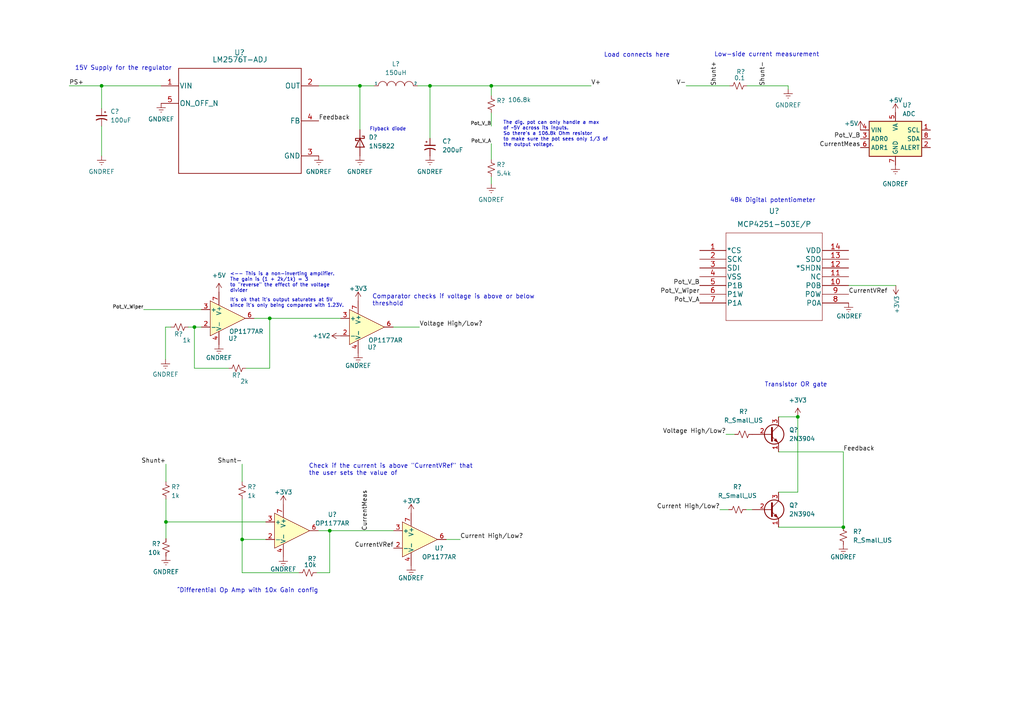
<source format=kicad_sch>
(kicad_sch (version 20211123) (generator eeschema)
  (paper "A4")
  (lib_symbols
    (symbol "Amplifier_Operational:OP1177AR" (pin_names (offset 0.127))
      (property "Reference" "U" (at 5.08 5.08 0))
      (property "Value" "OP1177AR" (at 7.62 2.54 0))
      (symbol "OP1177AR_0_1"
        (polyline (pts (xy -5.08 5.08) (xy -5.08 -5.08) (xy 5.08 0) (xy -5.08 5.08)) (fill (type background)))
      )
      (symbol "OP1177AR_1_1"
        (pin no_connect line (at -5.08 0 0) (length 3.81) hide (name "NC") (number "1"))
        (pin input line (at -7.62 -2.54 0) (length 2.54) (name "-") (number "2"))
        (pin input line (at -7.62 2.54 0) (length 2.54) (name "+") (number "3"))
        (pin power_in line (at -2.54 -7.62 90) (length 3.81) (name "V-") (number "4"))
        (pin no_connect line (at 0 -2.54 90) (length 3.81) hide (name "NC") (number "5"))
        (pin output line (at 7.62 0 180) (length 2.54) (name "~") (number "6"))
        (pin power_in line (at -2.54 7.62 270) (length 3.81) (name "V+") (number "7"))
        (pin no_connect line (at 0 2.54 270) (length 3.81) hide (name "NC") (number "8"))
      )
    )
    (symbol "Analog_ADC:ADC081C021CIMM"
      (property "Reference" "U" (at 3.81 11.43 0))
      (property "Value" "ADC081C021CIMM" (at 10.16 8.89 0))
      (symbol "ADC081C021CIMM_0_1"
        (rectangle (start -7.62 5.08) (end 7.62 -5.08) (stroke (width 0.254)) (fill (type background)))
      )
      (symbol "ADC081C021CIMM_1_1"
        (pin input line (at 10.16 2.54 180) (length 2.54) (name "SCL") (number "1"))
        (pin open_collector line (at 10.16 -2.54 180) (length 2.54) (name "ALERT") (number "2"))
        (pin input line (at -10.16 0 0) (length 2.54) (name "ADR0") (number "3"))
        (pin input line (at -10.16 2.54 0) (length 2.54) (name "VIN") (number "4"))
        (pin power_in line (at 0 7.62 270) (length 2.54) (name "VA") (number "5"))
        (pin input line (at -10.16 -2.54 0) (length 2.54) (name "ADR1") (number "6"))
        (pin power_in line (at 0 -7.62 90) (length 2.54) (name "GND") (number "7"))
        (pin bidirectional line (at 10.16 0 180) (length 2.54) (name "SDA") (number "8"))
      )
    )
    (symbol "Device:C_Polarized_Small_US" (pin_numbers hide) (pin_names (offset 0.254) hide)
      (property "Reference" "C" (at 0.254 1.778 0))
      (property "Value" "C_Polarized_Small_US" (at 0.254 -2.032 0))
      (symbol "C_Polarized_Small_US_0_1"
        (polyline (pts (xy -1.524 0.508) (xy 1.524 0.508)) (stroke (width 0.3048)))
        (polyline (pts (xy -1.27 1.524) (xy -0.762 1.524)))
        (polyline (pts (xy -1.016 1.27) (xy -1.016 1.778)))
        (arc (start 1.524 -0.762) (mid 0 -0.3734) (end -1.524 -0.762) (stroke (width 0.3048)))
      )
      (symbol "C_Polarized_Small_US_1_1"
        (pin passive line (at 0 2.54 270) (length 2.032) (name "~") (number "1"))
        (pin passive line (at 0 -2.54 90) (length 2.032) (name "~") (number "2"))
      )
    )
    (symbol "Device:D_Schottky" (pin_numbers hide) (pin_names (offset 1.016) hide)
      (property "Reference" "D" (at 0 2.54 0))
      (property "Value" "D_Schottky" (at 0 -2.54 0))
      (symbol "D_Schottky_0_1"
        (polyline (pts (xy 1.27 0) (xy -1.27 0)))
        (polyline (pts (xy 1.27 1.27) (xy 1.27 -1.27) (xy -1.27 0) (xy 1.27 1.27)) (stroke (width 0.254)))
        (polyline (pts (xy -1.905 0.635) (xy -1.905 1.27) (xy -1.27 1.27) (xy -1.27 -1.27) (xy -0.635 -1.27) (xy -0.635 -0.635)) (stroke (width 0.254)))
      )
      (symbol "D_Schottky_1_1"
        (pin passive line (at -3.81 0 0) (length 2.54) (name "K") (number "1"))
        (pin passive line (at 3.81 0 180) (length 2.54) (name "A") (number "2"))
      )
    )
    (symbol "Device:R_Small_US" (pin_numbers hide) (pin_names (offset 0.254) hide)
      (property "Reference" "R" (at 0.762 0.508 0))
      (property "Value" "R_Small_US" (at 0.762 -1.016 0))
      (symbol "R_Small_US_1_1"
        (polyline (pts (xy 0 0) (xy 1.016 -0.381) (xy 0 -0.762) (xy -1.016 -1.143) (xy 0 -1.524)))
        (polyline (pts (xy 0 1.524) (xy 1.016 1.143) (xy 0 0.762) (xy -1.016 0.381) (xy 0 0)))
        (pin passive line (at 0 2.54 270) (length 1.016) (name "~") (number "1"))
        (pin passive line (at 0 -2.54 90) (length 1.016) (name "~") (number "2"))
      )
    )
    (symbol "LM2576T-ADJ:LM2576T-ADJ" (pin_names (offset 0.254))
      (property "Reference" "U" (at 0 2.54 0))
      (property "Value" "LM2576T-ADJ" (at 0 0 0))
      (symbol "LM2576T-ADJ_1_1"
        (polyline (pts (xy -17.78 -15.24) (xy 17.78 -15.24)) (stroke (width 0.2032)))
        (polyline (pts (xy -17.78 15.24) (xy -17.78 -15.24)) (stroke (width 0.2032)))
        (polyline (pts (xy 17.78 -15.24) (xy 17.78 15.24)) (stroke (width 0.2032)))
        (polyline (pts (xy 17.78 15.24) (xy -17.78 15.24)) (stroke (width 0.2032)))
        (pin power_in line (at -22.86 10.16 0) (length 5.08) (name "VIN") (number "1"))
        (pin output line (at 22.86 10.16 180) (length 5.08) (name "OUT") (number "2"))
        (pin power_in line (at 22.86 -10.16 180) (length 5.08) (name "GND") (number "3"))
        (pin input line (at 22.86 0 180) (length 5.08) (name "FB") (number "4"))
        (pin input line (at -22.86 5.08 0) (length 5.08) (name "ON_OFF_N") (number "5"))
      )
    )
    (symbol "MCP4251-503E-P:MCP4251-503E-P" (pin_names (offset 0.254))
      (property "Reference" "U" (at 21.59 10.16 0))
      (property "Value" "MCP4251-503E/P" (at 21.59 7.62 0))
      (symbol "MCP4251-503E-P_1_1"
        (polyline (pts (xy 7.62 -20.32) (xy 35.56 -20.32)) (stroke (width 0.127)))
        (polyline (pts (xy 7.62 5.08) (xy 7.62 -20.32)) (stroke (width 0.127)))
        (polyline (pts (xy 35.56 -20.32) (xy 35.56 5.08)) (stroke (width 0.127)))
        (polyline (pts (xy 35.56 5.08) (xy 7.62 5.08)) (stroke (width 0.127)))
        (pin unspecified line (at 0 0 0) (length 7.62) (name "*CS") (number "1"))
        (pin unspecified line (at 43.18 -10.16 180) (length 7.62) (name "P0B") (number "10"))
        (pin unspecified line (at 43.18 -7.62 180) (length 7.62) (name "NC") (number "11"))
        (pin unspecified line (at 43.18 -5.08 180) (length 7.62) (name "*SHDN") (number "12"))
        (pin unspecified line (at 43.18 -2.54 180) (length 7.62) (name "SDO") (number "13"))
        (pin unspecified line (at 43.18 0 180) (length 7.62) (name "VDD") (number "14"))
        (pin unspecified line (at 0 -2.54 0) (length 7.62) (name "SCK") (number "2"))
        (pin unspecified line (at 0 -5.08 0) (length 7.62) (name "SDI") (number "3"))
        (pin unspecified line (at 0 -7.62 0) (length 7.62) (name "VSS") (number "4"))
        (pin unspecified line (at 0 -10.16 0) (length 7.62) (name "P1B") (number "5"))
        (pin unspecified line (at 0 -12.7 0) (length 7.62) (name "P1W") (number "6"))
        (pin unspecified line (at 0 -15.24 0) (length 7.62) (name "P1A") (number "7"))
        (pin unspecified line (at 43.18 -15.24 180) (length 7.62) (name "P0A") (number "8"))
        (pin unspecified line (at 43.18 -12.7 180) (length 7.62) (name "P0W") (number "9"))
      )
    )
    (symbol "Transistor_BJT:2N3904" (pin_names (offset 0) hide)
      (property "Reference" "Q" (at 5.08 1.905 0))
      (property "Value" "2N3904" (at 5.08 0 0))
      (symbol "2N3904_0_1"
        (polyline (pts (xy 0.635 0.635) (xy 2.54 2.54)))
        (polyline (pts (xy 0.635 -0.635) (xy 2.54 -2.54) (xy 2.54 -2.54)))
        (polyline (pts (xy 0.635 1.905) (xy 0.635 -1.905) (xy 0.635 -1.905)) (stroke (width 0.508)))
        (polyline (pts (xy 1.27 -1.778) (xy 1.778 -1.27) (xy 2.286 -2.286) (xy 1.27 -1.778) (xy 1.27 -1.778)) (fill (type outline)))
        (circle (center 1.27 0) (radius 2.8194) (stroke (width 0.254)))
      )
      (symbol "2N3904_1_1"
        (pin passive line (at 2.54 -5.08 90) (length 2.54) (name "E") (number "1"))
        (pin passive line (at -5.08 0 0) (length 5.715) (name "B") (number "2"))
        (pin passive line (at 2.54 5.08 270) (length 2.54) (name "C") (number "3"))
      )
    )
    (symbol "power:+1V2" (power) (pin_names (offset 0))
      (property "Value" "+1V2" (at 0 3.556 0))
      (symbol "+1V2_0_1"
        (polyline (pts (xy -0.762 1.27) (xy 0 2.54)))
        (polyline (pts (xy 0 0) (xy 0 2.54)))
        (polyline (pts (xy 0 2.54) (xy 0.762 1.27)))
      )
      (symbol "+1V2_1_1"
        (pin power_in line (at 0 0 90) (length 0) hide (name "+1V2") (number "1"))
      )
    )
    (symbol "power:+3.3V" (power) (pin_names (offset 0))
      (property "Value" "+3.3V" (at 0 3.556 0))
      (symbol "+3.3V_0_1"
        (polyline (pts (xy -0.762 1.27) (xy 0 2.54)))
        (polyline (pts (xy 0 0) (xy 0 2.54)))
        (polyline (pts (xy 0 2.54) (xy 0.762 1.27)))
      )
      (symbol "+3.3V_1_1"
        (pin power_in line (at 0 0 90) (length 0) hide (name "+3V3") (number "1"))
      )
    )
    (symbol "power:+3V3" (power) (pin_names (offset 0))
      (property "Value" "+3V3" (at 0 3.556 0))
      (symbol "+3V3_0_1"
        (polyline (pts (xy -0.762 1.27) (xy 0 2.54)))
        (polyline (pts (xy 0 0) (xy 0 2.54)))
        (polyline (pts (xy 0 2.54) (xy 0.762 1.27)))
      )
      (symbol "+3V3_1_1"
        (pin power_in line (at 0 0 90) (length 0) hide (name "+3V3") (number "1"))
      )
    )
    (symbol "power:+5V" (power) (pin_names (offset 0))
      (property "Value" "+5V" (at 0 3.556 0))
      (symbol "+5V_0_1"
        (polyline (pts (xy -0.762 1.27) (xy 0 2.54)))
        (polyline (pts (xy 0 0) (xy 0 2.54)))
        (polyline (pts (xy 0 2.54) (xy 0.762 1.27)))
      )
      (symbol "+5V_1_1"
        (pin power_in line (at 0 0 90) (length 0) hide (name "+5V") (number "1"))
      )
    )
    (symbol "power:GNDREF" (power) (pin_names (offset 0))
      (property "Value" "GNDREF" (at 0 -3.81 0))
      (symbol "GNDREF_0_1"
        (polyline (pts (xy -0.635 -1.905) (xy 0.635 -1.905)))
        (polyline (pts (xy -0.127 -2.54) (xy 0.127 -2.54)))
        (polyline (pts (xy 0 -1.27) (xy 0 0)))
        (polyline (pts (xy 1.27 -1.27) (xy -1.27 -1.27)))
      )
      (symbol "GNDREF_1_1"
        (pin power_in line (at 0 0 270) (length 0) hide (name "GNDREF") (number "1"))
      )
    )
    (symbol "pspice:INDUCTOR" (pin_numbers hide) (pin_names (offset 0))
      (property "Reference" "L" (at 0 2.54 0))
      (property "Value" "INDUCTOR" (at 0 -1.27 0))
      (symbol "INDUCTOR_0_1"
        (arc (start -2.54 0) (mid -3.81 1.27) (end -5.08 0))
        (arc (start 0 0) (mid -1.27 1.27) (end -2.54 0))
        (arc (start 2.54 0) (mid 1.27 1.27) (end 0 0))
        (arc (start 5.08 0) (mid 3.81 1.27) (end 2.54 0))
      )
      (symbol "INDUCTOR_1_1"
        (pin input line (at -6.35 0 0) (length 1.27) (name "1") (number "1"))
        (pin input line (at 6.35 0 180) (length 1.27) (name "2") (number "2"))
      )
    )
  )
  (junction (at 78.232 92.329))
  (junction (at 48.133 151.384))
  (junction (at 29.464 24.892))
  (junction (at 95.631 153.924))
  (junction (at 124.714 24.892))
  (junction (at 70.231 156.464))
  (junction (at 231.394 120.904))
  (junction (at 244.602 152.908))
  (junction (at 56.388 94.869))
  (junction (at 104.394 24.892))
  (junction (at 142.494 24.892))
  (wire (pts (xy 71.374 106.807) (xy 78.232 106.807)))
  (wire (pts (xy 95.631 153.924) (xy 92.329 153.924)))
  (wire (pts (xy 142.494 41.656) (xy 142.494 46.228)))
  (wire (pts (xy 78.232 92.329) (xy 73.66 92.329)))
  (wire (pts (xy 70.231 144.78) (xy 70.231 156.464)))
  (wire (pts (xy 244.602 131.064) (xy 244.602 152.908)))
  (wire (pts (xy 142.494 32.766) (xy 142.494 36.576)))
  (wire (pts (xy 29.464 24.892) (xy 29.464 31.496)))
  (wire (pts (xy 48.006 94.869) (xy 48.006 104.267)))
  (wire (pts (xy 114.046 94.869) (xy 121.666 94.869)))
  (wire (pts (xy 70.231 156.464) (xy 70.231 166.116)))
  (wire (pts (xy 54.61 94.869) (xy 56.388 94.869)))
  (wire (pts (xy 48.133 144.78) (xy 48.133 151.384)))
  (wire (pts (xy 142.494 51.308) (xy 142.494 53.34)))
  (wire (pts (xy 56.388 94.869) (xy 58.42 94.869)))
  (wire (pts (xy 48.133 151.384) (xy 48.133 156.21)))
  (wire (pts (xy 208.788 147.828) (xy 211.328 147.828)))
  (wire (pts (xy 91.821 166.116) (xy 95.631 166.116)))
  (wire (pts (xy 70.231 156.464) (xy 77.089 156.464)))
  (wire (pts (xy 95.631 153.924) (xy 114.173 153.924)))
  (wire (pts (xy 78.232 92.329) (xy 98.806 92.329)))
  (wire (pts (xy 216.408 147.828) (xy 218.186 147.828)))
  (wire (pts (xy 216.662 24.892) (xy 228.6 24.892)))
  (wire (pts (xy 228.6 24.892) (xy 228.6 25.908)))
  (wire (pts (xy 121.158 24.892) (xy 124.714 24.892)))
  (wire (pts (xy 142.494 24.892) (xy 142.494 27.686)))
  (wire (pts (xy 70.231 166.116) (xy 86.741 166.116)))
  (wire (pts (xy 104.394 24.892) (xy 108.458 24.892)))
  (wire (pts (xy 20.066 24.892) (xy 29.464 24.892)))
  (wire (pts (xy 244.602 152.908) (xy 225.806 152.908)))
  (wire (pts (xy 48.133 134.62) (xy 48.133 139.7)))
  (wire (pts (xy 29.464 24.892) (xy 46.736 24.892)))
  (wire (pts (xy 48.133 151.384) (xy 77.089 151.384)))
  (wire (pts (xy 142.494 24.892) (xy 171.45 24.892)))
  (wire (pts (xy 92.456 24.892) (xy 104.394 24.892)))
  (wire (pts (xy 56.388 94.869) (xy 56.388 106.807)))
  (wire (pts (xy 231.394 120.904) (xy 231.394 142.748)))
  (wire (pts (xy 29.464 45.212) (xy 29.464 36.576)))
  (wire (pts (xy 231.394 142.748) (xy 225.806 142.748)))
  (wire (pts (xy 104.394 24.892) (xy 104.394 37.592)))
  (wire (pts (xy 124.714 24.892) (xy 142.494 24.892)))
  (wire (pts (xy 56.388 106.807) (xy 66.294 106.807)))
  (wire (pts (xy 225.806 131.064) (xy 244.602 131.064)))
  (wire (pts (xy 210.566 125.984) (xy 213.106 125.984)))
  (wire (pts (xy 199.009 24.892) (xy 211.582 24.892)))
  (wire (pts (xy 225.806 120.904) (xy 231.394 120.904)))
  (wire (pts (xy 70.231 134.62) (xy 70.231 139.7)))
  (wire (pts (xy 259.842 82.804) (xy 246.126 82.804)))
  (wire (pts (xy 41.656 89.789) (xy 58.42 89.789)))
  (wire (pts (xy 78.232 106.807) (xy 78.232 92.329)))
  (wire (pts (xy 49.53 94.869) (xy 48.006 94.869)))
  (wire (pts (xy 124.714 24.892) (xy 124.714 40.132)))
  (wire (pts (xy 95.631 166.116) (xy 95.631 153.924)))
  (wire (pts (xy 129.413 156.464) (xy 133.477 156.464)))
  (text "It's ok that it's output saturates at 5V\nsince it's only being compared with 1.23V." (at 66.675 89.281 0) (effects (font (size 1 1)) (justify left bottom)))
  (text "Transistor OR gate\n" (at 221.742 112.395 0) (effects (font (size 1.27 1.27)) (justify left bottom)))
  (text "48k Digital potentiometer" (at 211.709 58.928 0) (effects (font (size 1.27 1.27)) (justify left bottom)))
  (text "15V Supply for the regulator\n" (at 21.717 20.574 0) (effects (font (size 1.27 1.27)) (justify left bottom)))
  (text "Load connects here" (at 175.133 16.764 0) (effects (font (size 1.27 1.27)) (justify left bottom)))
  (text "Check if the current is above \"CurrentVRef\" that\nthe user sets the value of" (at 89.535 138.049 0) (effects (font (size 1.27 1.27)) (justify left bottom)))
  (text "Comparator checks if voltage is above or below\nthreshold\n" (at 107.95 88.9 0) (effects (font (size 1.27 1.27)) (justify left bottom)))
  (text "Low-side current measurement" (at 207.137 16.637 0) (effects (font (size 1.27 1.27)) (justify left bottom)))
  (text "^Differential Op Amp with 10x Gain config" (at 51.308 172.085 0) (effects (font (size 1.27 1.27)) (justify left bottom)))
  (text "The dig. pot can only handle a max\nof ~5V across its inputs.\nSo there's a 106.8k Ohm resistor \nto make sure the pot sees only 1/3 of\nthe output voltage.\n" (at 145.923 42.672 0) (effects (font (size 1 1)) (justify left bottom)))
  (text "<-- This is a non-inverting amplifier.\nThe gain is (1 + 2k/1k) = 3\nto \"reverse\" the effect of the voltage \ndivider\n" (at 66.675 84.963 0) (effects (font (size 1 1)) (justify left bottom)))
  (text "Flyback diode" (at 107.188 38.1 0) (effects (font (size 1 1)) (justify left bottom)))
  (label "Feedback" (at 244.602 131.064 0))
  (label "Voltage High{slash}Low?" (at 210.566 125.984 180))
  (label "PS+" (at 20.066 24.892 0))
  (label "CurrentMeas" (at 106.807 153.924 90))
  (label "Pot_V_Wiper" (at 41.656 89.789 180) (effects (font (size 1 1))))
  (label "Shunt-" (at 222.123 24.892 90))
  (label "Pot_V_Wiper" (at 202.946 85.344 180))
  (label "Pot_V_A" (at 142.494 41.656 180) (effects (font (size 1 1))))
  (label "Current High{slash}Low?" (at 208.788 147.828 180))
  (label "V+" (at 171.45 24.892 0))
  (label "Shunt-" (at 70.231 134.62 180))
  (label "Voltage High{slash}Low?" (at 121.666 94.869 0))
  (label "Pot_V_A" (at 202.946 87.884 180))
  (label "V-" (at 199.009 24.892 180))
  (label "CurrentMeas" (at 249.555 42.799 180))
  (label "CurrentVRef" (at 114.173 159.004 180))
  (label "Feedback" (at 92.456 35.052 0))
  (label "CurrentVRef" (at 246.126 85.344 0))
  (label "Pot_V_B" (at 249.555 40.259 180))
  (label "Shunt+" (at 48.133 134.62 180))
  (label "Pot_V_B" (at 142.494 36.576 180) (effects (font (size 1 1))))
  (label "Shunt+" (at 208.026 24.892 90))
  (label "Current High{slash}Low?" (at 133.477 156.464 0))
  (label "Pot_V_B" (at 202.946 82.804 180))
  (symbol (lib_id "power:+3.3V") (at 82.169 146.304 0) (unit 1)
    (property "Reference" "#PWR?" (effects hide))
    (property "Value" "+3.3V" (at 82.169 142.748 0))
  )
  (symbol (lib_id "Device:R_Small_US") (at 215.646 125.984 90) (unit 1)
    (property "Reference" "R?" (at 215.646 119.38 90))
    (property "Value" "R_Small_US" (at 215.646 121.92 90))
  )
  (symbol (lib_id "power:GNDREF") (at 124.714 45.212 0) (unit 1)
    (property "Reference" "#PWR?" (effects hide))
    (property "Value" "GNDREF" (at 124.714 49.784 0))
  )
  (symbol (lib_id "power:GNDREF") (at 104.394 45.212 0) (unit 1)
    (property "Reference" "#PWR?" (effects hide))
    (property "Value" "GNDREF" (at 104.394 49.784 0))
  )
  (symbol (lib_id "power:+3.3V") (at 119.253 148.844 0) (unit 1)
    (property "Reference" "#PWR?" (effects hide))
    (property "Value" "+3.3V" (at 119.253 145.288 0))
  )
  (symbol (lib_id "Transistor_BJT:2N3904") (at 223.266 125.984 0) (unit 1)
    (property "Reference" "Q?" (at 228.854 124.7139 0) (effects (justify left)))
    (property "Value" "2N3904" (at 228.854 127.2539 0) (effects (justify left)))
    (property "Footprint" "Package_TO_SOT_THT:TO-92_Inline" (effects hide))
    (property "Datasheet" "https://www.onsemi.com/pub/Collateral/2N3903-D.PDF" (effects hide))
  )
  (symbol (lib_id "Amplifier_Operational:OP1177AR") (at 121.793 156.464 0) (unit 1)
    (property "Reference" "U?" (at 127.381 159.004 0))
    (property "Value" "OP1177AR" (at 127.381 161.544 0))
    (property "Footprint" "Package_SO:SOIC-8_3.9x4.9mm_P1.27mm" (effects hide))
    (property "Datasheet" "https://www.analog.com/media/en/technical-documentation/data-sheets/OP1177_2177_4177.pdf" (effects hide))
  )
  (symbol (lib_id "power:GNDREF") (at 92.456 45.212 0) (unit 1)
    (property "Reference" "#PWR?" (effects hide))
    (property "Value" "GNDREF" (at 92.456 49.784 0))
  )
  (symbol (lib_id "power:+1V2") (at 98.806 97.409 90) (unit 1)
    (property "Reference" "#PWR?" (effects hide))
    (property "Value" "+1V2" (at 93.218 97.409 90))
  )
  (symbol (lib_id "power:GNDREF") (at 82.169 161.544 0) (unit 1)
    (property "Reference" "#PWR?" (effects hide))
    (property "Value" "GNDREF" (at 82.169 165.1 0))
  )
  (symbol (lib_id "power:+3V3") (at 231.394 120.904 0) (unit 1)
    (property "Reference" "#PWR?" (effects hide))
    (property "Value" "+3V3" (at 231.394 116.078 0))
  )
  (symbol (lib_id "Device:R_Small_US") (at 52.07 94.869 90) (unit 1)
    (property "Reference" "R?" (at 53.086 96.901 90) (effects (justify left)))
    (property "Value" "1k" (at 55.372 98.679 90) (effects (justify left)))
  )
  (symbol (lib_id "Device:R_Small_US") (at 142.494 30.226 0) (unit 1)
    (property "Reference" "R?" (at 144.018 29.21 0) (effects (justify left)))
    (property "Value" "106.8k" (at 147.32 28.956 0) (effects (justify left)))
  )
  (symbol (lib_id "power:GNDREF") (at 119.253 164.084 0) (unit 1)
    (property "Reference" "#PWR?" (effects hide))
    (property "Value" "GNDREF" (at 119.253 167.64 0))
  )
  (symbol (lib_id "power:GNDREF") (at 103.886 102.489 0) (unit 1)
    (property "Reference" "#PWR?" (effects hide))
    (property "Value" "GNDREF" (at 103.886 106.045 0))
  )
  (symbol (lib_id "power:GNDREF") (at 48.006 104.267 0) (unit 1)
    (property "Reference" "#PWR?" (effects hide))
    (property "Value" "GNDREF" (at 48.006 108.585 0))
  )
  (symbol (lib_id "power:GNDREF") (at 244.602 157.988 0) (unit 1)
    (property "Reference" "#PWR?" (effects hide))
    (property "Value" "GNDREF" (at 244.602 161.544 0))
  )
  (symbol (lib_id "power:GNDREF") (at 246.126 87.884 0) (unit 1)
    (property "Reference" "#PWR?" (effects hide))
    (property "Value" "GNDREF" (at 242.57 91.694 0) (effects (justify left)))
  )
  (symbol (lib_id "Device:D_Schottky") (at 104.394 41.402 270) (unit 1)
    (property "Reference" "D?" (at 106.934 39.8144 90) (effects (justify left)))
    (property "Value" "1N5822" (at 106.934 42.3544 90) (effects (justify left)))
  )
  (symbol (lib_id "power:GNDREF") (at 63.5 99.949 0) (unit 1)
    (property "Reference" "#PWR?" (effects hide))
    (property "Value" "GNDREF" (at 63.5 103.759 0))
  )
  (symbol (lib_id "Device:R_Small_US") (at 89.281 166.116 90) (unit 1)
    (property "Reference" "R?" (at 91.821 162.052 90) (effects (justify left)))
    (property "Value" "10k" (at 91.821 163.83 90) (effects (justify left)))
  )
  (symbol (lib_id "Device:R_Small_US") (at 214.122 24.892 90) (unit 1)
    (property "Reference" "R?" (at 216.154 20.828 90) (effects (justify left)))
    (property "Value" "0.1" (at 216.154 22.606 90) (effects (justify left)))
  )
  (symbol (lib_id "Amplifier_Operational:OP1177AR") (at 66.04 92.329 0) (unit 1)
    (property "Reference" "U?" (at 68.834 98.171 0) (effects (justify right)))
    (property "Value" "OP1177AR" (at 76.454 96.139 0) (effects (justify right)))
    (property "Footprint" "Package_SO:SOIC-8_3.9x4.9mm_P1.27mm" (effects hide))
    (property "Datasheet" "https://www.analog.com/media/en/technical-documentation/data-sheets/OP1177_2177_4177.pdf" (effects hide))
  )
  (symbol (lib_id "Device:R_Small_US") (at 70.231 142.24 0) (unit 1)
    (property "Reference" "R?" (at 71.755 141.224 0) (effects (justify left)))
    (property "Value" "1k" (at 71.755 143.764 0) (effects (justify left)))
  )
  (symbol (lib_id "power:+3.3V") (at 103.886 87.249 0) (mirror y) (unit 1)
    (property "Reference" "#PWR?" (effects hide))
    (property "Value" "+3.3V" (at 103.886 83.693 0))
  )
  (symbol (lib_id "power:GNDREF") (at 259.715 47.879 0) (unit 1)
    (property "Reference" "#PWR?" (effects hide))
    (property "Value" "GNDREF" (at 259.715 53.34 0))
  )
  (symbol (lib_id "Transistor_BJT:2N3904") (at 223.266 147.828 0) (unit 1)
    (property "Reference" "Q?" (at 228.854 146.5579 0) (effects (justify left)))
    (property "Value" "2N3904" (at 228.854 149.0979 0) (effects (justify left)))
    (property "Footprint" "Package_TO_SOT_THT:TO-92_Inline" (effects hide))
    (property "Datasheet" "https://www.onsemi.com/pub/Collateral/2N3903-D.PDF" (effects hide))
  )
  (symbol (lib_id "Device:R_Small_US") (at 244.602 155.448 0) (unit 1)
    (property "Reference" "R?" (at 247.396 154.1779 0) (effects (justify left)))
    (property "Value" "R_Small_US" (at 247.396 156.7179 0) (effects (justify left)))
  )
  (symbol (lib_id "power:GNDREF") (at 142.494 53.34 0) (unit 1)
    (property "Reference" "#PWR?" (effects hide))
    (property "Value" "GNDREF" (at 142.494 57.912 0))
  )
  (symbol (lib_id "power:+3.3V") (at 259.842 82.804 180) (unit 1)
    (property "Reference" "#PWR?" (effects hide))
    (property "Value" "+3.3V" (at 260.096 88.392 90))
  )
  (symbol (lib_id "pspice:INDUCTOR") (at 114.808 24.892 0) (unit 1)
    (property "Reference" "L?" (at 114.808 18.542 0))
    (property "Value" "150uH" (at 114.808 21.082 0))
  )
  (symbol (lib_id "power:GNDREF") (at 48.133 161.29 0) (unit 1)
    (property "Reference" "#PWR?" (effects hide))
    (property "Value" "GNDREF" (at 48.133 165.862 0))
  )
  (symbol (lib_id "Device:R_Small_US") (at 213.868 147.828 90) (unit 1)
    (property "Reference" "R?" (at 213.868 141.224 90))
    (property "Value" "R_Small_US" (at 213.868 143.764 90))
  )
  (symbol (lib_id "LM2576T-ADJ:LM2576T-ADJ") (at 69.596 35.052 0) (unit 1)
    (property "Reference" "U?" (at 69.469 15.24 0) (effects (font (size 1.524 1.524))))
    (property "Value" "LM2576T-ADJ" (at 69.596 17.272 0) (effects (font (size 1.524 1.524))))
    (property "Footprint" "KC0005A" (effects hide))
  )
  (symbol (lib_id "Device:R_Small_US") (at 48.133 142.24 0) (unit 1)
    (property "Reference" "R?" (at 49.657 141.224 0) (effects (justify left)))
    (property "Value" "1k" (at 49.657 143.764 0) (effects (justify left)))
  )
  (symbol (lib_id "power:+5V") (at 259.715 32.639 0) (unit 1)
    (property "Reference" "#PWR?" (effects hide))
    (property "Value" "+5V" (at 259.715 29.083 0))
  )
  (symbol (lib_id "Amplifier_Operational:OP1177AR") (at 106.426 94.869 0) (unit 1)
    (property "Reference" "U?" (at 109.22 100.711 0) (effects (justify right)))
    (property "Value" "OP1177AR" (at 116.84 98.679 0) (effects (justify right)))
    (property "Footprint" "Package_SO:SOIC-8_3.9x4.9mm_P1.27mm" (effects hide))
    (property "Datasheet" "https://www.analog.com/media/en/technical-documentation/data-sheets/OP1177_2177_4177.pdf" (effects hide))
  )
  (symbol (lib_id "Device:C_Polarized_Small_US") (at 124.714 42.672 0) (unit 1)
    (property "Reference" "C?" (at 128.27 40.9701 0) (effects (justify left)))
    (property "Value" "200uF" (at 128.27 43.5101 0) (effects (justify left)))
  )
  (symbol (lib_id "power:+5V") (at 249.555 37.719 0) (unit 1)
    (property "Reference" "#PWR?" (effects hide))
    (property "Value" "+5V" (at 246.888 35.814 0))
  )
  (symbol (lib_id "Device:C_Polarized_Small_US") (at 29.464 34.036 0) (mirror y) (unit 1)
    (property "Reference" "C?" (at 32.004 32.3341 0) (effects (justify right)))
    (property "Value" "100uF" (at 32.004 34.8741 0) (effects (justify right)))
  )
  (symbol (lib_id "Device:R_Small_US") (at 142.494 48.768 0) (unit 1)
    (property "Reference" "R?" (at 144.018 47.752 0) (effects (justify left)))
    (property "Value" "5.4k" (at 144.018 50.292 0) (effects (justify left)))
  )
  (symbol (lib_id "Analog_ADC:ADC081C021CIMM") (at 259.715 40.259 0) (unit 1)
    (property "Reference" "U?" (at 261.7344 30.48 0) (effects (justify left)))
    (property "Value" "ADC" (at 261.7344 33.02 0) (effects (justify left)))
    (property "Footprint" "Package_SO:MSOP-8_3x3mm_P0.65mm" (effects hide))
    (property "Datasheet" "http://www.ti.com/lit/ds/symlink/adc081c021.pdf" (effects hide))
  )
  (symbol (lib_id "Device:R_Small_US") (at 68.834 106.807 90) (unit 1)
    (property "Reference" "R?" (at 69.85 108.839 90) (effects (justify left)))
    (property "Value" "2k" (at 72.136 110.617 90) (effects (justify left)))
  )
  (symbol (lib_id "power:GNDREF") (at 46.736 29.972 0) (unit 1)
    (property "Reference" "#PWR?" (effects hide))
    (property "Value" "GNDREF" (at 46.736 34.544 0))
  )
  (symbol (lib_id "Amplifier_Operational:OP1177AR") (at 84.709 153.924 0) (unit 1)
    (property "Reference" "U?" (at 96.393 149.225 0))
    (property "Value" "OP1177AR" (at 96.393 151.765 0))
    (property "Footprint" "Package_SO:SOIC-8_3.9x4.9mm_P1.27mm" (effects hide))
    (property "Datasheet" "https://www.analog.com/media/en/technical-documentation/data-sheets/OP1177_2177_4177.pdf" (effects hide))
  )
  (symbol (lib_id "power:+5V") (at 63.5 84.709 0) (unit 1)
    (property "Reference" "#PWR?" (effects hide))
    (property "Value" "+5V" (at 63.5 79.883 0))
  )
  (symbol (lib_id "power:GNDREF") (at 29.464 45.212 0) (unit 1)
    (property "Reference" "#PWR?" (effects hide))
    (property "Value" "GNDREF" (at 29.464 49.784 0))
  )
  (symbol (lib_id "MCP4251-503E-P:MCP4251-503E-P") (at 202.946 72.644 0) (unit 1)
    (property "Reference" "U?" (at 224.536 61.214 0) (effects (font (size 1.524 1.524))))
    (property "Value" "MCP4251-503E/P" (at 224.536 65.024 0) (effects (font (size 1.524 1.524))))
    (property "Footprint" "PDIP14_300MC_MCH" (effects hide))
  )
  (symbol (lib_id "Device:R_Small_US") (at 48.133 158.75 0) (mirror y) (unit 1)
    (property "Reference" "R?" (at 46.609 157.734 0) (effects (justify left)))
    (property "Value" "10k" (at 46.609 160.274 0) (effects (justify left)))
  )
  (symbol (lib_id "power:GNDREF") (at 228.6 25.908 0) (unit 1)
    (property "Reference" "#PWR?" (effects hide))
    (property "Value" "GNDREF" (at 228.6 30.48 0))
  )
)
</source>
